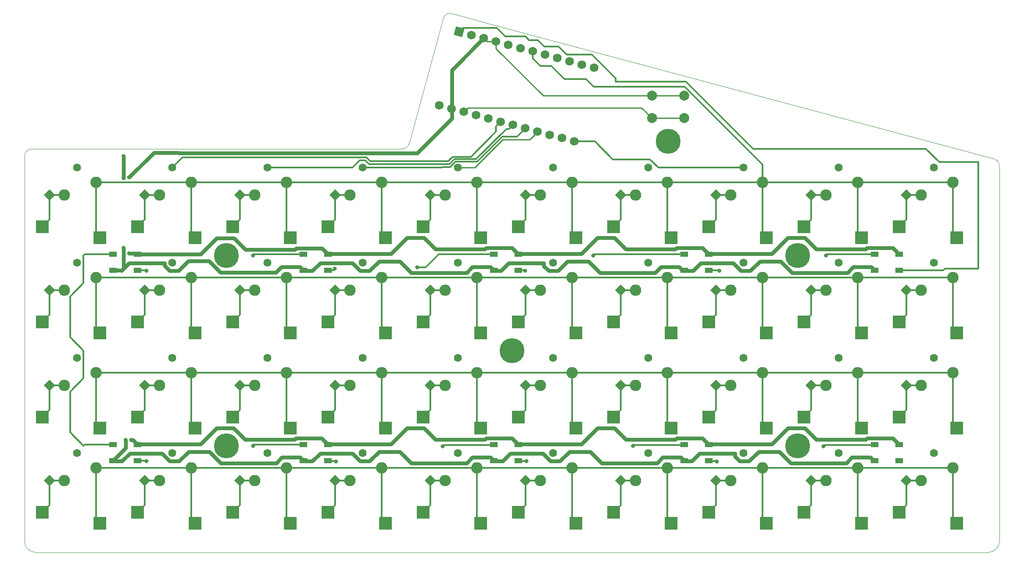
<source format=gbl>
G04 #@! TF.GenerationSoftware,KiCad,Pcbnew,6.0.7-f9a2dced07~116~ubuntu20.04.1*
G04 #@! TF.CreationDate,2022-09-23T22:55:04+08:00*
G04 #@! TF.ProjectId,V4,56342e6b-6963-4616-945f-706362585858,rev?*
G04 #@! TF.SameCoordinates,Original*
G04 #@! TF.FileFunction,Copper,L2,Bot*
G04 #@! TF.FilePolarity,Positive*
%FSLAX46Y46*%
G04 Gerber Fmt 4.6, Leading zero omitted, Abs format (unit mm)*
G04 Created by KiCad (PCBNEW 6.0.7-f9a2dced07~116~ubuntu20.04.1) date 2022-09-23 22:55:04*
%MOMM*%
%LPD*%
G01*
G04 APERTURE LIST*
G04 Aperture macros list*
%AMRotRect*
0 Rectangle, with rotation*
0 The origin of the aperture is its center*
0 $1 length*
0 $2 width*
0 $3 Rotation angle, in degrees counterclockwise*
0 Add horizontal line*
21,1,$1,$2,0,0,$3*%
G04 Aperture macros list end*
G04 #@! TA.AperFunction,Profile*
%ADD10C,0.050000*%
G04 #@! TD*
G04 #@! TA.AperFunction,ComponentPad*
%ADD11C,1.752600*%
G04 #@! TD*
G04 #@! TA.AperFunction,ComponentPad*
%ADD12RotRect,1.752600X1.752600X345.000000*%
G04 #@! TD*
G04 #@! TA.AperFunction,ComponentPad*
%ADD13C,2.286000*%
G04 #@! TD*
G04 #@! TA.AperFunction,SMDPad,CuDef*
%ADD14R,2.600000X2.600000*%
G04 #@! TD*
G04 #@! TA.AperFunction,WasherPad*
%ADD15C,5.000000*%
G04 #@! TD*
G04 #@! TA.AperFunction,ComponentPad*
%ADD16C,2.000000*%
G04 #@! TD*
G04 #@! TA.AperFunction,ComponentPad*
%ADD17RotRect,1.600000X1.600000X45.000000*%
G04 #@! TD*
G04 #@! TA.AperFunction,ComponentPad*
%ADD18C,1.600000*%
G04 #@! TD*
G04 #@! TA.AperFunction,SMDPad,CuDef*
%ADD19R,1.500000X1.000000*%
G04 #@! TD*
G04 #@! TA.AperFunction,ViaPad*
%ADD20C,0.800000*%
G04 #@! TD*
G04 #@! TA.AperFunction,Conductor*
%ADD21C,0.300000*%
G04 #@! TD*
G04 #@! TA.AperFunction,Conductor*
%ADD22C,0.250000*%
G04 #@! TD*
G04 #@! TA.AperFunction,Conductor*
%ADD23C,0.800000*%
G04 #@! TD*
G04 APERTURE END LIST*
D10*
X59436000Y-154686000D02*
X59436000Y-78486000D01*
X59436000Y-154686000D02*
G75*
G03*
X61722000Y-156972000I2286000J0D01*
G01*
X134962250Y-76200000D02*
X131178300Y-76200000D01*
X134962250Y-76200047D02*
G75*
G03*
X136434319Y-75070441I-50J1524047D01*
G01*
X60960000Y-76200000D02*
G75*
G03*
X59436000Y-77724000I0J-1524000D01*
G01*
X61722000Y-76200000D02*
X131178300Y-76200000D01*
X61722000Y-76200000D02*
X60960000Y-76200000D01*
X252222000Y-156972000D02*
X61722000Y-156972000D01*
X254507993Y-79667100D02*
G75*
G03*
X253365350Y-78179844I-1523993J11700D01*
G01*
X252222000Y-156972000D02*
G75*
G03*
X254508000Y-154686000I0J2286000D01*
G01*
X59436000Y-77724000D02*
X59436000Y-78486000D01*
X145016441Y-49147744D02*
X151738470Y-50953142D01*
X145016443Y-49147735D02*
G75*
G03*
X143149931Y-50225373I-394443J-1472065D01*
G01*
X254507999Y-79667100D02*
X254508000Y-154686000D01*
X151738470Y-50953142D02*
X253365350Y-78179844D01*
X143149931Y-50225373D02*
X136434319Y-75070441D01*
D11*
X142429945Y-67473525D03*
X144883397Y-68130926D03*
X147336848Y-68788326D03*
X149790300Y-69445726D03*
X152243752Y-70103127D03*
X154697203Y-70760527D03*
X157150655Y-71417928D03*
X159604106Y-72075328D03*
X162057558Y-72732728D03*
X164511010Y-73390129D03*
X166964461Y-74047529D03*
X169417913Y-74704929D03*
X173362315Y-59984220D03*
X170908863Y-59326819D03*
X168455412Y-58669419D03*
X166001960Y-58012019D03*
X163548509Y-57354618D03*
X161095057Y-56697218D03*
X158641605Y-56039818D03*
X156188154Y-55382417D03*
X153734702Y-54725017D03*
X151281251Y-54067616D03*
X148827799Y-53410216D03*
D12*
X146374347Y-52752816D03*
D13*
X226187000Y-140081000D03*
D14*
X226922000Y-151111000D03*
D13*
X219837000Y-142621000D03*
D14*
X215372000Y-148911000D03*
D13*
X226187001Y-101981000D03*
D14*
X226922001Y-113011000D03*
X215372001Y-110811000D03*
D13*
X219837001Y-104521000D03*
X149987000Y-101981000D03*
D14*
X150722000Y-113011000D03*
X139172000Y-110811000D03*
D13*
X143637000Y-104521000D03*
D14*
X245972000Y-151111000D03*
D13*
X245237000Y-140081000D03*
X238887000Y-142621000D03*
D14*
X234422000Y-148911000D03*
D13*
X130937000Y-82931000D03*
D14*
X131672000Y-93961000D03*
X120122000Y-91761000D03*
D13*
X124587000Y-85471000D03*
D14*
X131672000Y-132061000D03*
D13*
X130937000Y-121031000D03*
X124587000Y-123571000D03*
D14*
X120122000Y-129861000D03*
D15*
X188214000Y-74676000D03*
D13*
X130937000Y-140081000D03*
D14*
X131672000Y-151111000D03*
D13*
X124587000Y-142621000D03*
D14*
X120122000Y-148911000D03*
X188822000Y-93961000D03*
D13*
X188087000Y-82931000D03*
X181737000Y-85471000D03*
D14*
X177272000Y-91761000D03*
D13*
X188087000Y-101981000D03*
D14*
X188822000Y-113011000D03*
D13*
X181737000Y-104521000D03*
D14*
X177272000Y-110811000D03*
D13*
X207137000Y-82931000D03*
D14*
X207872000Y-93961000D03*
X196322000Y-91761000D03*
D13*
X200787000Y-85471000D03*
D14*
X150722000Y-132061000D03*
D13*
X149987000Y-121031000D03*
D14*
X139172000Y-129861000D03*
D13*
X143637000Y-123571000D03*
X111887001Y-101981000D03*
D14*
X112622001Y-113011000D03*
D13*
X105537001Y-104521000D03*
D14*
X101072001Y-110811000D03*
X245972000Y-132061000D03*
D13*
X245237000Y-121031000D03*
D14*
X234422000Y-129861000D03*
D13*
X238887000Y-123571000D03*
D14*
X93572000Y-132061001D03*
D13*
X92837000Y-121031001D03*
D14*
X82022000Y-129861001D03*
D13*
X86487000Y-123571001D03*
X111887000Y-140081000D03*
D14*
X112622000Y-151111000D03*
D13*
X105537000Y-142621000D03*
D14*
X101072000Y-148911000D03*
X112622000Y-93961000D03*
D13*
X111887000Y-82931000D03*
D14*
X101072000Y-91761000D03*
D13*
X105537000Y-85471000D03*
D14*
X93572000Y-151111000D03*
D13*
X92837000Y-140081000D03*
D14*
X82022000Y-148911000D03*
D13*
X86487000Y-142621000D03*
D15*
X214122000Y-97536000D03*
D13*
X245237000Y-82931000D03*
D14*
X245972000Y-93961000D03*
D13*
X238887000Y-85471000D03*
D14*
X234422000Y-91761000D03*
X169772000Y-132061000D03*
D13*
X169037000Y-121031000D03*
D14*
X158222000Y-129861000D03*
D13*
X162687000Y-123571000D03*
X149987000Y-82931000D03*
D14*
X150722000Y-93961000D03*
X139172000Y-91761000D03*
D13*
X143637000Y-85471000D03*
D14*
X150722000Y-151111000D03*
D13*
X149987000Y-140081000D03*
X143637000Y-142621000D03*
D14*
X139172000Y-148911000D03*
X93571999Y-113011000D03*
D13*
X92836999Y-101981000D03*
D14*
X82021999Y-110811000D03*
D13*
X86486999Y-104521000D03*
D15*
X214122000Y-135636000D03*
D13*
X169037000Y-140081000D03*
D14*
X169772000Y-151111000D03*
X158222000Y-148911000D03*
D13*
X162687000Y-142621000D03*
D14*
X188822000Y-151111000D03*
D13*
X188087000Y-140081000D03*
D14*
X177272000Y-148911000D03*
D13*
X181737000Y-142621000D03*
X130937000Y-101981000D03*
D14*
X131672000Y-113011000D03*
X120122000Y-110811000D03*
D13*
X124587000Y-104521000D03*
D14*
X93572000Y-93961000D03*
D13*
X92837000Y-82931000D03*
D14*
X82022000Y-91761000D03*
D13*
X86487000Y-85471000D03*
X207137000Y-140081000D03*
D14*
X207872000Y-151111000D03*
X196322000Y-148911000D03*
D13*
X200787000Y-142621000D03*
D14*
X245972000Y-113011000D03*
D13*
X245237000Y-101981000D03*
D14*
X234422000Y-110811000D03*
D13*
X238887000Y-104521000D03*
X169037000Y-101981000D03*
D14*
X169772000Y-113011000D03*
X158222000Y-110811000D03*
D13*
X162687000Y-104521000D03*
X169037000Y-82931000D03*
D14*
X169772000Y-93961000D03*
D13*
X162687000Y-85471000D03*
D14*
X158222000Y-91761000D03*
X207872000Y-132061001D03*
D13*
X207137000Y-121031001D03*
D14*
X196322000Y-129861001D03*
D13*
X200787000Y-123571001D03*
D14*
X112622000Y-132061001D03*
D13*
X111887000Y-121031001D03*
D14*
X101072000Y-129861001D03*
D13*
X105537000Y-123571001D03*
X226187000Y-121031001D03*
D14*
X226922000Y-132061001D03*
D13*
X219837000Y-123571001D03*
D14*
X215372000Y-129861001D03*
D15*
X156972000Y-116586000D03*
D14*
X74522000Y-151111000D03*
D13*
X73787000Y-140081000D03*
D14*
X62972000Y-148911000D03*
D13*
X67437000Y-142621000D03*
D14*
X226922000Y-93961000D03*
D13*
X226187000Y-82931000D03*
D14*
X215372000Y-91761000D03*
D13*
X219837000Y-85471000D03*
D14*
X74522000Y-93961000D03*
D13*
X73787000Y-82931000D03*
X67437000Y-85471000D03*
D14*
X62972000Y-91761000D03*
D13*
X207136999Y-101981000D03*
D14*
X207871999Y-113011000D03*
X196321999Y-110811000D03*
D13*
X200786999Y-104521000D03*
D15*
X99822000Y-97536000D03*
D14*
X188822000Y-132061000D03*
D13*
X188087000Y-121031000D03*
D14*
X177272000Y-129861000D03*
D13*
X181737000Y-123571000D03*
D14*
X74522000Y-132061000D03*
D13*
X73787000Y-121031000D03*
D14*
X62972000Y-129861000D03*
D13*
X67437000Y-123571000D03*
D14*
X74522000Y-113011000D03*
D13*
X73787000Y-101981000D03*
X67437000Y-104521000D03*
D14*
X62972000Y-110811000D03*
D16*
X184964000Y-70068000D03*
X191464000Y-70068000D03*
X184964000Y-65568000D03*
X191464000Y-65568000D03*
D15*
X99822000Y-135636000D03*
D17*
X159649284Y-104498716D03*
D18*
X165164716Y-98983284D03*
D19*
X120137000Y-97331000D03*
X120137000Y-100531000D03*
X115237000Y-100531000D03*
X115237000Y-97331000D03*
X120137000Y-138621000D03*
X120137000Y-135421000D03*
X115237000Y-135421000D03*
X115237000Y-138621000D03*
D17*
X235849284Y-85448715D03*
D18*
X241364716Y-79933283D03*
D17*
X197749284Y-123548715D03*
D18*
X203264716Y-118033283D03*
D17*
X64399284Y-123548715D03*
D18*
X69914716Y-118033283D03*
D17*
X159649283Y-85448715D03*
D18*
X165164715Y-79933283D03*
D17*
X64399284Y-104498716D03*
D18*
X69914716Y-98983284D03*
D17*
X216799284Y-104498715D03*
D18*
X222314716Y-98983283D03*
D17*
X140599284Y-104498715D03*
D18*
X146114716Y-98983283D03*
D17*
X235849284Y-104498715D03*
D18*
X241364716Y-98983283D03*
D17*
X121549284Y-123548715D03*
D18*
X127064716Y-118033283D03*
D17*
X83449285Y-85448715D03*
D18*
X88964717Y-79933283D03*
D17*
X178699284Y-104498716D03*
D18*
X184214716Y-98983284D03*
D19*
X158237000Y-97331000D03*
X158237000Y-100531000D03*
X153337000Y-100531000D03*
X153337000Y-97331000D03*
D17*
X121549284Y-85448715D03*
D18*
X127064716Y-79933283D03*
D19*
X229537000Y-138621000D03*
X229537000Y-135421000D03*
X234437000Y-135421000D03*
X234437000Y-138621000D03*
D17*
X102499284Y-85448715D03*
D18*
X108014716Y-79933283D03*
D19*
X196337000Y-97331000D03*
X196337000Y-100531000D03*
X191437000Y-100531000D03*
X191437000Y-97331000D03*
D17*
X102499284Y-104498715D03*
D18*
X108014716Y-98983283D03*
D17*
X121549284Y-104498715D03*
D18*
X127064716Y-98983283D03*
D17*
X235849284Y-142598716D03*
D18*
X241364716Y-137083284D03*
D17*
X83449284Y-104498716D03*
D18*
X88964716Y-98983284D03*
D17*
X216799283Y-123548715D03*
D18*
X222314715Y-118033283D03*
D17*
X197749284Y-104498716D03*
D18*
X203264716Y-98983284D03*
D17*
X121549284Y-142598716D03*
D18*
X127064716Y-137083284D03*
D17*
X197749284Y-142598715D03*
D18*
X203264716Y-137083283D03*
D17*
X83449284Y-123548715D03*
D18*
X88964716Y-118033283D03*
D17*
X159649284Y-123548715D03*
D18*
X165164716Y-118033283D03*
D17*
X102499284Y-142598715D03*
D18*
X108014716Y-137083283D03*
D19*
X234437000Y-97331000D03*
X234437000Y-100531000D03*
X229537000Y-100531000D03*
X229537000Y-97331000D03*
D17*
X235849284Y-123548715D03*
D18*
X241364716Y-118033283D03*
D17*
X216799284Y-85448715D03*
D18*
X222314716Y-79933283D03*
D17*
X159649284Y-142598715D03*
D18*
X165164716Y-137083283D03*
D17*
X140599284Y-123548715D03*
D18*
X146114716Y-118033283D03*
D17*
X216799283Y-142598715D03*
D18*
X222314715Y-137083283D03*
D17*
X102499284Y-123548715D03*
D18*
X108014716Y-118033283D03*
D17*
X178699284Y-142598715D03*
D18*
X184214716Y-137083283D03*
D17*
X140599284Y-85448715D03*
D18*
X146114716Y-79933283D03*
D17*
X178699284Y-123548715D03*
D18*
X184214716Y-118033283D03*
D19*
X191437000Y-138621000D03*
X191437000Y-135421000D03*
X196337000Y-135421000D03*
X196337000Y-138621000D03*
D17*
X178699284Y-85448716D03*
D18*
X184214716Y-79933284D03*
D19*
X158237000Y-138621000D03*
X158237000Y-135421000D03*
X153337000Y-135421000D03*
X153337000Y-138621000D03*
D17*
X64399284Y-142598715D03*
D18*
X69914716Y-137083283D03*
D17*
X197749284Y-85448715D03*
D18*
X203264716Y-79933283D03*
D17*
X140599284Y-142598715D03*
D18*
X146114716Y-137083283D03*
D17*
X64399283Y-85448715D03*
D18*
X69914715Y-79933283D03*
D17*
X83449284Y-142598715D03*
D18*
X88964716Y-137083283D03*
D19*
X82037000Y-97331000D03*
X82037000Y-100531000D03*
X77137000Y-100531000D03*
X77137000Y-97331000D03*
X77137000Y-138621000D03*
X77137000Y-135421000D03*
X82037000Y-135421000D03*
X82037000Y-138621000D03*
D20*
X198501000Y-100584000D03*
X219837000Y-97536000D03*
X159639000Y-100584000D03*
X173267500Y-97536000D03*
X121539000Y-100212500D03*
X137986641Y-99918500D03*
X105156000Y-97536000D03*
X83820000Y-100584000D03*
X83820000Y-138684000D03*
X105156000Y-135636000D03*
X121798000Y-138747000D03*
X143134000Y-135699000D03*
X159885916Y-138722171D03*
X181221916Y-135674171D03*
X197998000Y-138747000D03*
X219334000Y-135699000D03*
X78867000Y-100584000D03*
X80772000Y-134493000D03*
X79248000Y-82081000D03*
X79248000Y-77636000D03*
X79291500Y-96055000D03*
X80391000Y-97155000D03*
X80391000Y-81915000D03*
X79672000Y-134493000D03*
D21*
X167930000Y-57370000D02*
X166280000Y-55720000D01*
X239819324Y-76210000D02*
X205200000Y-76210000D01*
X173003500Y-57370000D02*
X167930000Y-57370000D01*
X234437000Y-100531000D02*
X243238297Y-100531000D01*
X205200000Y-76210000D02*
X191740000Y-62750000D01*
X250317000Y-78867000D02*
X242476324Y-78867000D01*
X177700000Y-62066500D02*
X173003500Y-57370000D01*
X166280000Y-55720000D02*
X163420000Y-55720000D01*
X242476324Y-78867000D02*
X239819324Y-76210000D01*
X191740000Y-62750000D02*
X177700000Y-62750000D01*
X243566297Y-100203000D02*
X250317000Y-100203000D01*
X250317000Y-100203000D02*
X250317000Y-78867000D01*
X243238297Y-100531000D02*
X243566297Y-100203000D01*
X177700000Y-62750000D02*
X177700000Y-62066500D01*
X163420000Y-55720000D02*
X162130000Y-54430000D01*
X162130000Y-54430000D02*
X162115100Y-54444900D01*
X162115100Y-54444900D02*
X160401000Y-54444900D01*
X155638500Y-53721000D02*
X153912898Y-51995398D01*
X160401000Y-54444900D02*
X159677100Y-53721000D01*
X153912898Y-51995398D02*
X147197235Y-51995398D01*
X159677100Y-53721000D02*
X155638500Y-53721000D01*
X147197235Y-51995398D02*
X146435236Y-52757397D01*
X64399284Y-142598716D02*
X64399284Y-147483716D01*
X64399284Y-142598716D02*
X67414716Y-142598718D01*
X64399284Y-147483716D02*
X62972000Y-148911000D01*
X153773073Y-71735986D02*
X154763269Y-70745790D01*
X91012000Y-77886000D02*
X127883528Y-77886000D01*
X88964717Y-79933283D02*
X91012000Y-77886000D01*
X144208500Y-78676500D02*
X145101717Y-77783283D01*
X141951000Y-78648000D02*
X141979500Y-78676500D01*
X141979500Y-78676500D02*
X144208500Y-78676500D01*
X148746717Y-77783283D02*
X153773073Y-72756927D01*
X128645528Y-78648000D02*
X141951000Y-78648000D01*
X127883528Y-77886000D02*
X128645528Y-78648000D01*
X153773073Y-72756927D02*
X153773073Y-71735986D01*
X145101717Y-77783283D02*
X148746717Y-77783283D01*
X128397000Y-79248000D02*
X144466547Y-79248000D01*
X144466547Y-79248000D02*
X145431264Y-78283283D01*
X155867100Y-72199500D02*
X156420410Y-72199500D01*
X156420410Y-72199500D02*
X157216720Y-71403190D01*
X125044717Y-79933283D02*
X126492000Y-78486000D01*
X149792697Y-78273903D02*
X155867100Y-72199500D01*
X149792697Y-78283283D02*
X149792697Y-78273903D01*
X145431264Y-78283283D02*
X149792697Y-78283283D01*
X126492000Y-78486000D02*
X127635000Y-78486000D01*
X127635000Y-78486000D02*
X128397000Y-79248000D01*
X108014716Y-79933283D02*
X125044717Y-79933283D01*
X127064716Y-79933283D02*
X142951717Y-79933283D01*
X145638370Y-78783283D02*
X149999803Y-78783283D01*
X142951717Y-79933283D02*
X143065500Y-79819500D01*
X155033086Y-73750000D02*
X157980764Y-73750000D01*
X144602153Y-79819500D02*
X145638370Y-78783283D01*
X143065500Y-79819500D02*
X144602153Y-79819500D01*
X149999803Y-78783283D02*
X155033086Y-73750000D01*
X157980764Y-73750000D02*
X159670173Y-72060591D01*
D22*
X146114716Y-79933283D02*
X149521555Y-79933283D01*
X155134838Y-74320000D02*
X160521613Y-74320000D01*
X149521555Y-79933283D02*
X155134838Y-74320000D01*
X160521613Y-74320000D02*
X162123622Y-72717991D01*
D21*
X173533917Y-74690191D02*
X169483978Y-74690191D01*
X203264716Y-79933283D02*
X186232283Y-79933283D01*
X177139226Y-78295500D02*
X173533917Y-74690191D01*
X186232283Y-79933283D02*
X184594500Y-78295500D01*
X184594500Y-78295500D02*
X177139226Y-78295500D01*
X191545189Y-63740000D02*
X173280000Y-63740000D01*
X130937000Y-82931000D02*
X130937000Y-93225999D01*
X73787000Y-82931000D02*
X73786999Y-93225999D01*
X162692182Y-59650000D02*
X161155946Y-58113764D01*
X245237000Y-82931000D02*
X245237000Y-93225999D01*
X173280000Y-63740000D02*
X171760000Y-62220000D01*
X207137000Y-82931000D02*
X207137000Y-79331811D01*
X161155946Y-58113764D02*
X161155946Y-56701799D01*
X73787000Y-82931000D02*
X245237000Y-82931000D01*
X207137000Y-79331811D02*
X191545189Y-63740000D01*
X226186999Y-82931000D02*
X226187000Y-93225999D01*
X169037000Y-82931000D02*
X169037000Y-93225999D01*
X92837000Y-82931000D02*
X92837001Y-93225999D01*
X167440000Y-62220000D02*
X164870000Y-59650000D01*
X207137000Y-82931000D02*
X207137000Y-93225999D01*
X164870000Y-59650000D02*
X162692182Y-59650000D01*
X188087000Y-82931000D02*
X188087000Y-93225998D01*
X111887000Y-82931000D02*
X111887000Y-93225999D01*
X149987001Y-82931000D02*
X149987000Y-93225999D01*
X171760000Y-62220000D02*
X167440000Y-62220000D01*
X188087000Y-101981000D02*
X188087000Y-112276000D01*
X226186999Y-101981000D02*
X226187000Y-112275999D01*
X130937000Y-101981001D02*
X130937000Y-112275999D01*
X207137000Y-101981000D02*
X207137000Y-112275999D01*
X149987001Y-101981000D02*
X149987000Y-112275999D01*
X92837000Y-101981000D02*
X92837000Y-112276000D01*
X73787000Y-101981000D02*
X73787000Y-112276000D01*
X169037000Y-101981000D02*
X169037000Y-112275999D01*
X245237000Y-101981001D02*
X245237000Y-112275999D01*
X111887000Y-101981000D02*
X111887000Y-112275999D01*
X245237000Y-101981000D02*
X73787000Y-101981000D01*
X207137000Y-121031000D02*
X207137000Y-131325999D01*
X226187000Y-121031001D02*
X226187000Y-131325999D01*
X73787000Y-121031000D02*
X245237000Y-121031000D01*
X73787000Y-121031000D02*
X73787000Y-131325999D01*
X111887000Y-121031001D02*
X111887000Y-131325999D01*
X188087000Y-121031000D02*
X188087000Y-131325999D01*
X92837000Y-121031000D02*
X92837000Y-131325999D01*
X130937000Y-121031001D02*
X130937000Y-131325999D01*
X169037000Y-121031000D02*
X169037000Y-131325999D01*
X245237000Y-121031001D02*
X245237000Y-131325999D01*
X149987000Y-121031001D02*
X149987000Y-131325999D01*
X226187000Y-140081000D02*
X226186999Y-150375999D01*
X245237000Y-140081000D02*
X73787000Y-140081000D01*
X73786999Y-140081000D02*
X73787000Y-150375999D01*
X188087000Y-140081000D02*
X188087000Y-150375999D01*
X245237000Y-140081000D02*
X245237001Y-150375999D01*
X207137000Y-140081000D02*
X207137000Y-150375999D01*
X130937000Y-140081000D02*
X130936999Y-150375999D01*
X149987000Y-140081000D02*
X149987001Y-150375999D01*
X92837001Y-140081000D02*
X92837000Y-150375999D01*
X111887000Y-140081000D02*
X111887000Y-150375999D01*
X169037000Y-140081000D02*
X169037000Y-150375999D01*
D22*
X148164912Y-68011590D02*
X147402913Y-68773589D01*
X184964000Y-70068000D02*
X182907590Y-68011590D01*
X184964000Y-70068000D02*
X191464000Y-70068000D01*
X182907590Y-68011590D02*
X148164912Y-68011590D01*
D21*
X198438000Y-100521000D02*
X198501000Y-100584000D01*
X196718000Y-100521000D02*
X198438000Y-100521000D01*
X219837000Y-97536000D02*
X220052000Y-97321000D01*
X220052000Y-97321000D02*
X229918000Y-97321000D01*
X173267500Y-97536000D02*
X173472500Y-97331000D01*
X159586000Y-100531000D02*
X159639000Y-100584000D01*
X158237000Y-100531000D02*
X159586000Y-100531000D01*
X173472500Y-97331000D02*
X191437000Y-97331000D01*
X142318000Y-97331000D02*
X153337000Y-97331000D01*
X139730500Y-99918500D02*
X142318000Y-97331000D01*
X137986641Y-99918500D02*
X139730500Y-99918500D01*
X121220500Y-100531000D02*
X121539000Y-100212500D01*
X120137000Y-100531000D02*
X121220500Y-100531000D01*
X105371000Y-97321000D02*
X115237000Y-97321000D01*
X83757000Y-100521000D02*
X83820000Y-100584000D01*
X105156000Y-97536000D02*
X105371000Y-97321000D01*
X82037000Y-100521000D02*
X83757000Y-100521000D01*
X68580000Y-105740301D02*
X68580000Y-113919000D01*
X71452000Y-97331000D02*
X71247000Y-97536000D01*
X68580000Y-124790301D02*
X68580000Y-132969000D01*
X71247000Y-116586000D02*
X71247000Y-122123301D01*
X71247000Y-97536000D02*
X71247000Y-103073301D01*
X71247000Y-122123301D02*
X68580000Y-124790301D01*
X71462000Y-135421000D02*
X77137000Y-135421000D01*
X71247000Y-103073301D02*
X68580000Y-105740301D01*
X71247000Y-135636000D02*
X71462000Y-135421000D01*
X68580000Y-132969000D02*
X71247000Y-135636000D01*
X68580000Y-113919000D02*
X71247000Y-116586000D01*
X77137000Y-97331000D02*
X71452000Y-97331000D01*
X82037000Y-138621000D02*
X83757000Y-138621000D01*
X105371000Y-135421000D02*
X115237000Y-135421000D01*
X105156000Y-135636000D02*
X105371000Y-135421000D01*
X83757000Y-138621000D02*
X83820000Y-138684000D01*
X143349000Y-135484000D02*
X153215000Y-135484000D01*
X120015000Y-138684000D02*
X121735000Y-138684000D01*
X121735000Y-138684000D02*
X121798000Y-138747000D01*
X143134000Y-135699000D02*
X143349000Y-135484000D01*
X181436916Y-135459171D02*
X191302916Y-135459171D01*
X158102916Y-138659171D02*
X159822916Y-138659171D01*
X159822916Y-138659171D02*
X159885916Y-138722171D01*
X181221916Y-135674171D02*
X181436916Y-135459171D01*
X219549000Y-135484000D02*
X229415000Y-135484000D01*
X196215000Y-138684000D02*
X197935000Y-138684000D01*
X197935000Y-138684000D02*
X197998000Y-138747000D01*
X219334000Y-135699000D02*
X219549000Y-135484000D01*
D23*
X206555000Y-98732000D02*
X210746000Y-98732000D01*
X113460000Y-134374000D02*
X113722000Y-134112000D01*
X87464716Y-99060000D02*
X87464716Y-99604605D01*
X87464716Y-99604605D02*
X88444111Y-100584000D01*
X213032000Y-101018000D02*
X224081000Y-101018000D01*
X227760000Y-134374000D02*
X228022000Y-134112000D01*
X81972000Y-135312000D02*
X94628000Y-135312000D01*
X224081000Y-101018000D02*
X225224000Y-99875000D01*
X174052000Y-132088000D02*
X177481000Y-132088000D01*
X92202000Y-98679000D02*
X96393000Y-98679000D01*
X201273111Y-99113000D02*
X202797111Y-100637000D01*
X194744000Y-99113000D02*
X201273111Y-99113000D01*
X97852000Y-132088000D02*
X101281000Y-132088000D01*
X215581000Y-132088000D02*
X217867000Y-134374000D01*
X217867000Y-134374000D02*
X227760000Y-134374000D01*
X152681000Y-99875000D02*
X153390000Y-100584000D01*
X151560000Y-134374000D02*
X151822000Y-134112000D01*
X228022000Y-134112000D02*
X233172000Y-134112000D01*
X208928000Y-135312000D02*
X212152000Y-132088000D01*
X77137000Y-100531000D02*
X78814000Y-100531000D01*
X130355000Y-98732000D02*
X134546000Y-98732000D01*
X158172000Y-135312000D02*
X170828000Y-135312000D01*
X81109000Y-134493000D02*
X82037000Y-135421000D01*
X164316111Y-100637000D02*
X166169000Y-100637000D01*
X90297000Y-100584000D02*
X92202000Y-98679000D01*
X114528000Y-99822000D02*
X115237000Y-100531000D01*
X174551000Y-101018000D02*
X185600000Y-101018000D01*
X204650000Y-100637000D02*
X206555000Y-98732000D01*
X149024000Y-99875000D02*
X152681000Y-99875000D01*
X202797111Y-100637000D02*
X204650000Y-100637000D01*
X185600000Y-101018000D02*
X186743000Y-99875000D01*
X88444111Y-100584000D02*
X90297000Y-100584000D01*
X193220000Y-100637000D02*
X194744000Y-99113000D01*
X189660000Y-134374000D02*
X189922000Y-134112000D01*
X103567000Y-134374000D02*
X113460000Y-134374000D01*
X80772000Y-134493000D02*
X81109000Y-134493000D01*
X163336716Y-99657605D02*
X164316111Y-100637000D01*
X136832000Y-101018000D02*
X147881000Y-101018000D01*
X233172000Y-134112000D02*
X234372000Y-135312000D01*
X125020111Y-99060000D02*
X126597111Y-100637000D01*
X154739000Y-100637000D02*
X156263000Y-99113000D01*
X212152000Y-132088000D02*
X215581000Y-132088000D01*
X156972000Y-134112000D02*
X158172000Y-135312000D01*
X79248000Y-77636000D02*
X79248000Y-82081000D01*
X118597000Y-99060000D02*
X125020111Y-99060000D01*
X134546000Y-98732000D02*
X136832000Y-101018000D01*
X166169000Y-100637000D02*
X168074000Y-98732000D01*
X153009000Y-100584000D02*
X154686000Y-100584000D01*
X132728000Y-135312000D02*
X135952000Y-132088000D01*
X196272000Y-135312000D02*
X208928000Y-135312000D01*
X94628000Y-135312000D02*
X97852000Y-132088000D01*
X141667000Y-134374000D02*
X151560000Y-134374000D01*
X78867000Y-100584000D02*
X80391000Y-99060000D01*
X225224000Y-99875000D02*
X228881000Y-99875000D01*
X96393000Y-98679000D02*
X98679000Y-100965000D01*
X78814000Y-100531000D02*
X78867000Y-100584000D01*
X189922000Y-134112000D02*
X195072000Y-134112000D01*
X172265000Y-98732000D02*
X174551000Y-101018000D01*
X190400000Y-99875000D02*
X191109000Y-100584000D01*
X126597111Y-100637000D02*
X128450000Y-100637000D01*
X151822000Y-134112000D02*
X156972000Y-134112000D01*
X163336716Y-99113000D02*
X163336716Y-99657605D01*
X195072000Y-134112000D02*
X196272000Y-135312000D01*
X101281000Y-132088000D02*
X103567000Y-134374000D01*
X186743000Y-99875000D02*
X190400000Y-99875000D01*
X98679000Y-100965000D02*
X109728000Y-100965000D01*
X170828000Y-135312000D02*
X174052000Y-132088000D01*
X110871000Y-99822000D02*
X114528000Y-99822000D01*
X128450000Y-100637000D02*
X130355000Y-98732000D01*
X179767000Y-134374000D02*
X189660000Y-134374000D01*
X115290000Y-100584000D02*
X116967000Y-100584000D01*
X156263000Y-99113000D02*
X163336716Y-99113000D01*
X135952000Y-132088000D02*
X139381000Y-132088000D01*
X79248000Y-96098500D02*
X79248000Y-100203000D01*
X177481000Y-132088000D02*
X179767000Y-134374000D01*
X120072000Y-135312000D02*
X132728000Y-135312000D01*
X228881000Y-99875000D02*
X229590000Y-100584000D01*
X168074000Y-98732000D02*
X172265000Y-98732000D01*
X191490000Y-100584000D02*
X193167000Y-100584000D01*
X147881000Y-101018000D02*
X149024000Y-99875000D01*
X113722000Y-134112000D02*
X118872000Y-134112000D01*
X139381000Y-132088000D02*
X141667000Y-134374000D01*
X118872000Y-134112000D02*
X120072000Y-135312000D01*
X79291500Y-96055000D02*
X79248000Y-96098500D01*
X109728000Y-100965000D02*
X110871000Y-99822000D01*
X210746000Y-98732000D02*
X213032000Y-101018000D01*
X117020000Y-100637000D02*
X118597000Y-99060000D01*
X80391000Y-99060000D02*
X87464716Y-99060000D01*
X132728000Y-97212000D02*
X135952000Y-93988000D01*
X135952000Y-93988000D02*
X139381000Y-93988000D01*
X126597111Y-138737000D02*
X128450000Y-138737000D01*
X141667000Y-96274000D02*
X151560000Y-96274000D01*
X208928000Y-97212000D02*
X212152000Y-93988000D01*
X151822000Y-96012000D02*
X156972000Y-96012000D01*
X204422000Y-138737000D02*
X206327000Y-136832000D01*
X86920111Y-137160000D02*
X88497111Y-138737000D01*
X156972000Y-96012000D02*
X158172000Y-97212000D01*
X179767000Y-96274000D02*
X189660000Y-96274000D01*
X144949462Y-70110538D02*
X144949462Y-68116188D01*
X212152000Y-93988000D02*
X215581000Y-93988000D01*
X228653000Y-137975000D02*
X229362000Y-138684000D01*
X109781000Y-139118000D02*
X110924000Y-137975000D01*
D22*
X184964000Y-65568000D02*
X191464000Y-65568000D01*
D23*
X170828000Y-97212000D02*
X174052000Y-93988000D01*
X90370999Y-77035999D02*
X138024001Y-77035999D01*
X156644000Y-137213000D02*
X163173111Y-137213000D01*
X177481000Y-93988000D02*
X179767000Y-96274000D01*
X174052000Y-93988000D02*
X177481000Y-93988000D01*
X117020000Y-138737000D02*
X118597000Y-137160000D01*
X210518000Y-136832000D02*
X212804000Y-139118000D01*
X201589716Y-137757605D02*
X202569111Y-138737000D01*
X136832000Y-139118000D02*
X147881000Y-139118000D01*
X164697111Y-138737000D02*
X166550000Y-138737000D01*
X202569111Y-138737000D02*
X204422000Y-138737000D01*
X110924000Y-137975000D02*
X114581000Y-137975000D01*
X187124000Y-137975000D02*
X190781000Y-137975000D01*
X227760000Y-96274000D02*
X228022000Y-96012000D01*
X139381000Y-93988000D02*
X141667000Y-96274000D01*
X81861000Y-97155000D02*
X82037000Y-97331000D01*
X155120000Y-138737000D02*
X156644000Y-137213000D01*
X168455000Y-136832000D02*
X172646000Y-136832000D01*
X120072000Y-97212000D02*
X132728000Y-97212000D01*
X94693000Y-97331000D02*
X97917000Y-94107000D01*
X144949462Y-68116188D02*
X144949462Y-60464876D01*
X113787000Y-96131000D02*
X118937000Y-96131000D01*
X212804000Y-139118000D02*
X223853000Y-139118000D01*
X118937000Y-96131000D02*
X120137000Y-97331000D01*
X224996000Y-137975000D02*
X228653000Y-137975000D01*
X158172000Y-97212000D02*
X170828000Y-97212000D01*
X185981000Y-139118000D02*
X187124000Y-137975000D01*
X228022000Y-96012000D02*
X233172000Y-96012000D01*
D22*
X153795590Y-54729598D02*
X151999538Y-54729598D01*
D23*
X80497000Y-137160000D02*
X86920111Y-137160000D01*
X144949462Y-60464876D02*
X151342139Y-54072199D01*
X80391000Y-81915000D02*
X85344000Y-76962000D01*
X153390000Y-138684000D02*
X155067000Y-138684000D01*
X115290000Y-138684000D02*
X116967000Y-138684000D01*
X82037000Y-97331000D02*
X94693000Y-97331000D01*
X130355000Y-136832000D02*
X134546000Y-136832000D01*
X152681000Y-137975000D02*
X153390000Y-138684000D01*
X151560000Y-96274000D02*
X151822000Y-96012000D01*
X85344000Y-76962000D02*
X90297000Y-76962000D01*
X147881000Y-139118000D02*
X149024000Y-137975000D01*
D22*
X184964000Y-65568000D02*
X163222028Y-65568000D01*
D23*
X138024001Y-77035999D02*
X144949462Y-70110538D01*
X80391000Y-97155000D02*
X81861000Y-97155000D01*
X223853000Y-139118000D02*
X224996000Y-137975000D01*
D22*
X151999538Y-54729598D02*
X151342139Y-54072199D01*
D23*
X101346000Y-94107000D02*
X103632000Y-96393000D01*
X190781000Y-137975000D02*
X191490000Y-138684000D01*
X113525000Y-96393000D02*
X113787000Y-96131000D01*
X118597000Y-137160000D02*
X125020111Y-137160000D01*
D22*
X153795590Y-56141562D02*
X153795590Y-54729598D01*
X163222028Y-65568000D02*
X153795590Y-56141562D01*
D23*
X215581000Y-93988000D02*
X217867000Y-96274000D01*
X77137000Y-138621000D02*
X79672000Y-136086000D01*
X206327000Y-136832000D02*
X210518000Y-136832000D01*
X163173111Y-137213000D02*
X164697111Y-138737000D01*
X98732000Y-139118000D02*
X109781000Y-139118000D01*
X191262000Y-138684000D02*
X192939000Y-138684000D01*
X189660000Y-96274000D02*
X189922000Y-96012000D01*
X189922000Y-96012000D02*
X195072000Y-96012000D01*
X88497111Y-138737000D02*
X90350000Y-138737000D01*
X90297000Y-76962000D02*
X90370999Y-77035999D01*
X192992000Y-138737000D02*
X194516000Y-137213000D01*
X90350000Y-138737000D02*
X92255000Y-136832000D01*
X166550000Y-138737000D02*
X168455000Y-136832000D01*
X79672000Y-136086000D02*
X79672000Y-134493000D01*
X196272000Y-97212000D02*
X208928000Y-97212000D01*
X97917000Y-94107000D02*
X101346000Y-94107000D01*
X174932000Y-139118000D02*
X185981000Y-139118000D01*
X78920000Y-138737000D02*
X80497000Y-137160000D01*
X103632000Y-96393000D02*
X113525000Y-96393000D01*
X195072000Y-96012000D02*
X196272000Y-97212000D01*
X172646000Y-136832000D02*
X174932000Y-139118000D01*
X96446000Y-136832000D02*
X98732000Y-139118000D01*
X194516000Y-137213000D02*
X201589716Y-137213000D01*
X128450000Y-138737000D02*
X130355000Y-136832000D01*
X217867000Y-96274000D02*
X227760000Y-96274000D01*
X92255000Y-136832000D02*
X96446000Y-136832000D01*
X201589716Y-137213000D02*
X201589716Y-137757605D01*
X134546000Y-136832000D02*
X136832000Y-139118000D01*
X77190000Y-138684000D02*
X78867000Y-138684000D01*
X114581000Y-137975000D02*
X115290000Y-138684000D01*
X125020111Y-137160000D02*
X126597111Y-138737000D01*
X149024000Y-137975000D02*
X152681000Y-137975000D01*
X233172000Y-96012000D02*
X234372000Y-97212000D01*
D21*
X64399284Y-123548716D02*
X67414716Y-123548717D01*
X64399284Y-128433716D02*
X62972000Y-129861000D01*
X64399284Y-123548716D02*
X64399284Y-128433716D01*
X64399284Y-109383716D02*
X62972000Y-110811000D01*
X64399284Y-104498716D02*
X64399284Y-109383716D01*
X64399284Y-104498716D02*
X67414716Y-104498717D01*
X64399284Y-85448716D02*
X67414716Y-85448717D01*
X64399284Y-90333716D02*
X62972000Y-91761000D01*
X64399284Y-85448716D02*
X64399284Y-90333716D01*
X83449284Y-147483717D02*
X82022000Y-148911000D01*
X83449284Y-142598716D02*
X86464716Y-142598717D01*
X83449284Y-142598716D02*
X83449284Y-147483717D01*
X83449284Y-123548716D02*
X86464716Y-123548717D01*
X83449284Y-123548716D02*
X83449284Y-128433716D01*
X83449284Y-128433716D02*
X82022000Y-129861000D01*
X83449284Y-104498717D02*
X83449284Y-109383716D01*
X83449284Y-109383716D02*
X82022000Y-110811000D01*
X83449284Y-104498717D02*
X86464716Y-104498717D01*
X83449284Y-90333716D02*
X82022000Y-91761000D01*
X83449284Y-85448716D02*
X86464716Y-85448718D01*
X83449284Y-85448716D02*
X83449284Y-90333716D01*
X102499284Y-142598716D02*
X102499285Y-147483716D01*
X102499285Y-147483716D02*
X101072000Y-148911000D01*
X102499284Y-142598716D02*
X105514716Y-142598717D01*
X102499285Y-128433716D02*
X101072000Y-129861001D01*
X102499284Y-123548716D02*
X105514716Y-123548717D01*
X102499284Y-123548716D02*
X102499285Y-128433716D01*
X102499285Y-104498716D02*
X102499284Y-109383716D01*
X102499284Y-109383716D02*
X101071999Y-110811000D01*
X102499285Y-104498716D02*
X105514716Y-104498717D01*
X102499285Y-85448716D02*
X102499284Y-90333716D01*
X102499284Y-90333716D02*
X101072000Y-91761000D01*
X102499285Y-85448716D02*
X105514716Y-85448718D01*
X121549284Y-147483716D02*
X120122000Y-148911000D01*
X121549284Y-142598716D02*
X121549284Y-147483716D01*
X121549284Y-142598716D02*
X124564716Y-142598717D01*
X121549284Y-123548716D02*
X124564716Y-123548717D01*
X121549284Y-128433716D02*
X120122000Y-129861001D01*
X121549284Y-123548716D02*
X121549284Y-128433716D01*
X121549284Y-109383717D02*
X120122001Y-110811000D01*
X121549284Y-104498716D02*
X121549284Y-109383717D01*
X121549284Y-104498716D02*
X124564716Y-104498717D01*
X121549284Y-85448716D02*
X124564716Y-85448717D01*
X121549284Y-85448716D02*
X121549284Y-90333716D01*
X121549284Y-90333716D02*
X120122000Y-91761000D01*
X140599284Y-142598715D02*
X143614716Y-142598718D01*
X140599284Y-142598715D02*
X140599284Y-147483716D01*
X140599284Y-147483716D02*
X139172000Y-148911000D01*
X140599284Y-123548716D02*
X140599284Y-128433716D01*
X140599284Y-123548716D02*
X143614715Y-123548717D01*
X140599284Y-128433716D02*
X139172000Y-129861000D01*
X140599284Y-104498716D02*
X143614716Y-104498717D01*
X140599284Y-109383717D02*
X139172000Y-110811000D01*
X140599284Y-104498716D02*
X140599284Y-109383717D01*
X140599284Y-85448716D02*
X143614716Y-85448717D01*
X140599284Y-90333717D02*
X139172000Y-91761000D01*
X140599284Y-85448716D02*
X140599284Y-90333717D01*
X159649284Y-147483716D02*
X158222000Y-148911000D01*
X159649284Y-142598716D02*
X159649284Y-147483716D01*
X159649284Y-142598716D02*
X162664716Y-142598718D01*
X159649284Y-123548716D02*
X159649284Y-128433716D01*
X159649284Y-128433716D02*
X158222000Y-129861000D01*
X159649284Y-123548716D02*
X162664717Y-123548717D01*
X159649284Y-104498716D02*
X162664716Y-104498717D01*
X159649284Y-109383717D02*
X158222000Y-110811000D01*
X159649284Y-104498716D02*
X159649284Y-109383717D01*
X159649284Y-85448716D02*
X159649284Y-90333716D01*
X159649284Y-90333716D02*
X158222000Y-91761000D01*
X159649284Y-85448716D02*
X162664716Y-85448717D01*
X178699284Y-142598716D02*
X178699284Y-147483716D01*
X178699284Y-142598716D02*
X181714716Y-142598717D01*
X178699284Y-147483716D02*
X177272000Y-148911000D01*
X178699284Y-123548716D02*
X181714716Y-123548717D01*
X178699284Y-128433716D02*
X177272000Y-129861000D01*
X178699284Y-123548716D02*
X178699284Y-128433716D01*
X178699284Y-104498716D02*
X178699284Y-109383716D01*
X178699284Y-109383716D02*
X177272000Y-110811000D01*
X178699284Y-104498716D02*
X181714716Y-104498717D01*
X178699284Y-90333716D02*
X177272000Y-91761000D01*
X178699284Y-85448716D02*
X178699284Y-90333716D01*
X178699284Y-85448716D02*
X181714716Y-85448717D01*
X197749284Y-147483717D02*
X196322000Y-148911000D01*
X197749284Y-142598716D02*
X197749284Y-147483717D01*
X197749284Y-142598716D02*
X200764716Y-142598717D01*
X197749284Y-123548716D02*
X197749284Y-128433716D01*
X197749284Y-123548716D02*
X200764716Y-123548717D01*
X197749284Y-128433716D02*
X196322000Y-129861000D01*
X197749284Y-104498717D02*
X197749284Y-109383716D01*
X197749284Y-104498717D02*
X200764716Y-104498717D01*
X197749284Y-109383716D02*
X196322000Y-110811000D01*
X197749284Y-85448716D02*
X197749284Y-90333716D01*
X197749284Y-90333716D02*
X196322000Y-91761000D01*
X197749284Y-85448716D02*
X200764716Y-85448718D01*
X216799284Y-142598716D02*
X216799284Y-147483716D01*
X216799284Y-147483716D02*
X215372000Y-148911000D01*
X216799284Y-142598716D02*
X219814716Y-142598717D01*
X216799284Y-123548716D02*
X219814716Y-123548717D01*
X216799284Y-123548716D02*
X216799284Y-128433716D01*
X216799284Y-128433716D02*
X215372000Y-129861001D01*
X216799284Y-104498716D02*
X219814716Y-104498717D01*
X216799284Y-109383716D02*
X215372000Y-110811000D01*
X216799284Y-104498716D02*
X216799284Y-109383716D01*
X216799284Y-90333716D02*
X215372000Y-91761000D01*
X216799284Y-85448716D02*
X216799284Y-90333716D01*
X216799284Y-85448716D02*
X219814716Y-85448718D01*
X235849284Y-147483716D02*
X234422000Y-148911000D01*
X235849283Y-142598716D02*
X235849284Y-147483716D01*
X235849283Y-142598716D02*
X238864716Y-142598718D01*
X235849284Y-123548716D02*
X235849284Y-128433716D01*
X235849284Y-123548716D02*
X238864716Y-123548717D01*
X235849284Y-128433716D02*
X234422000Y-129861000D01*
X235849284Y-104498716D02*
X235849284Y-109383717D01*
X235849284Y-104498716D02*
X238864716Y-104498717D01*
X235849284Y-109383717D02*
X234422000Y-110811000D01*
X235849283Y-90333716D02*
X234422000Y-91761000D01*
X235849284Y-85448716D02*
X235849283Y-90333716D01*
X235849284Y-85448716D02*
X238864716Y-85448717D01*
M02*

</source>
